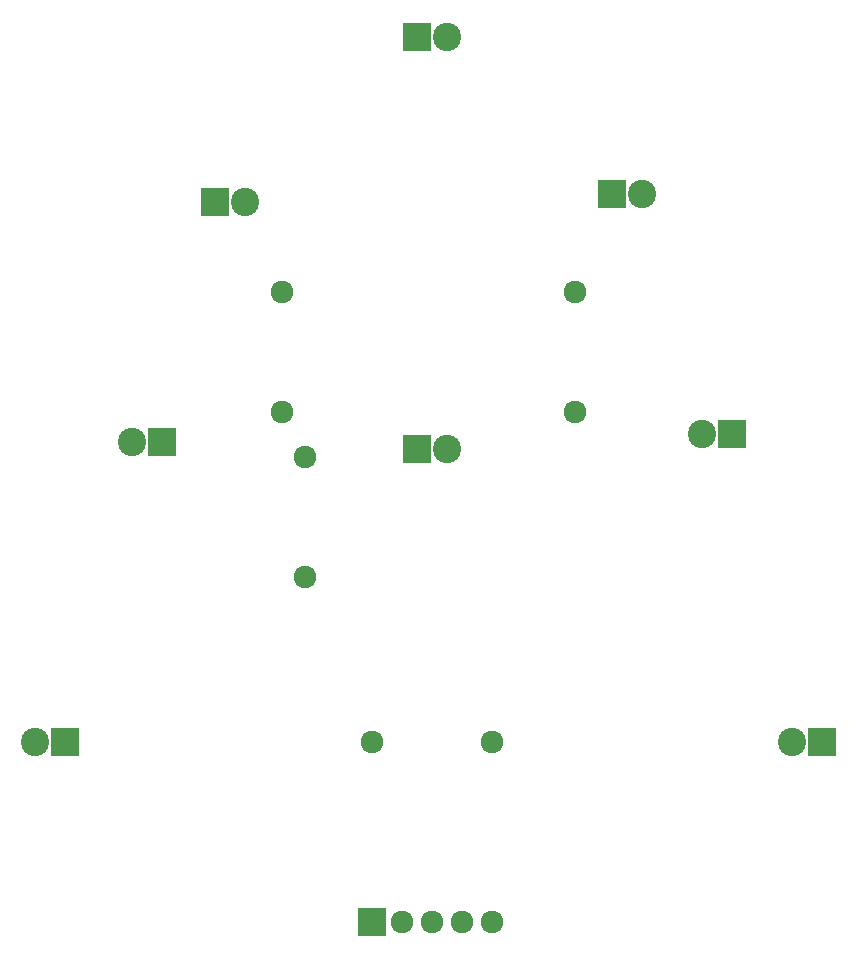
<source format=gbs>
G04 #@! TF.FileFunction,Soldermask,Bot*
%FSLAX46Y46*%
G04 Gerber Fmt 4.6, Leading zero omitted, Abs format (unit mm)*
G04 Created by KiCad (PCBNEW 4.0.1-stable) date 27/05/2016 22:40:19*
%MOMM*%
G01*
G04 APERTURE LIST*
%ADD10C,0.100000*%
%ADD11R,1.924000X0.400000*%
%ADD12C,1.924000*%
%ADD13R,2.400000X2.400000*%
%ADD14C,2.400000*%
G04 APERTURE END LIST*
D10*
D11*
X101600000Y-116205000D03*
D12*
X104140000Y-116205000D03*
X106680000Y-116205000D03*
X109220000Y-116205000D03*
X111760000Y-116205000D03*
D13*
X101600000Y-116205000D03*
X105410000Y-41275000D03*
D14*
X107950000Y-41275000D03*
D13*
X88265000Y-55245000D03*
D14*
X90805000Y-55245000D03*
D13*
X121920000Y-54610000D03*
D14*
X124460000Y-54610000D03*
D13*
X105410000Y-76200000D03*
D14*
X107950000Y-76200000D03*
D13*
X83820000Y-75565000D03*
D14*
X81280000Y-75565000D03*
D13*
X132080000Y-74930000D03*
D14*
X129540000Y-74930000D03*
D13*
X75565000Y-100965000D03*
D14*
X73025000Y-100965000D03*
D13*
X139700000Y-100965000D03*
D14*
X137160000Y-100965000D03*
D12*
X93980000Y-62865000D03*
X93980000Y-73025000D03*
X118745000Y-73025000D03*
X118745000Y-62865000D03*
X95885000Y-86995000D03*
X95885000Y-76835000D03*
X101600000Y-100965000D03*
X111760000Y-100965000D03*
M02*

</source>
